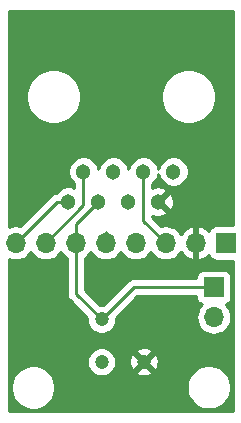
<source format=gbr>
G04 #@! TF.GenerationSoftware,KiCad,Pcbnew,(5.1.4)-1*
G04 #@! TF.CreationDate,2022-11-30T15:04:29+00:00*
G04 #@! TF.ProjectId,PIR_Board,5049525f-426f-4617-9264-2e6b69636164,rev?*
G04 #@! TF.SameCoordinates,Original*
G04 #@! TF.FileFunction,Copper,L1,Top*
G04 #@! TF.FilePolarity,Positive*
%FSLAX46Y46*%
G04 Gerber Fmt 4.6, Leading zero omitted, Abs format (unit mm)*
G04 Created by KiCad (PCBNEW (5.1.4)-1) date 2022-11-30 15:04:29*
%MOMM*%
%LPD*%
G04 APERTURE LIST*
%ADD10C,1.200000*%
%ADD11C,1.303000*%
%ADD12O,1.700000X1.700000*%
%ADD13R,1.700000X1.700000*%
%ADD14C,0.250000*%
%ADD15C,0.254000*%
G04 APERTURE END LIST*
D10*
X74349000Y-84999000D03*
X70757000Y-84999000D03*
X70757000Y-81407000D03*
D11*
X67960000Y-71437500D03*
X69230000Y-68897500D03*
X70500000Y-71437500D03*
X71770000Y-68897500D03*
X73040000Y-71437500D03*
X74310000Y-68897500D03*
X75580000Y-71437500D03*
X76850000Y-68897500D03*
D12*
X63500000Y-74930000D03*
X66040000Y-74930000D03*
X68580000Y-74930000D03*
X71120000Y-74930000D03*
X73660000Y-74930000D03*
X76200000Y-74930000D03*
X78740000Y-74930000D03*
D13*
X81280000Y-74930000D03*
D12*
X80264000Y-81216500D03*
D13*
X80264000Y-78676500D03*
D14*
X66992500Y-71437500D02*
X67960000Y-71437500D01*
X63500000Y-74930000D02*
X66992500Y-71437500D01*
X68834000Y-74930000D02*
X68580000Y-75184000D01*
X68580000Y-73357500D02*
X68580000Y-74930000D01*
X70500000Y-71437500D02*
X68580000Y-73357500D01*
X68580000Y-79230000D02*
X70757000Y-81407000D01*
X68580000Y-74930000D02*
X68580000Y-79230000D01*
X73487500Y-78676500D02*
X70757000Y-81407000D01*
X80264000Y-78676500D02*
X73487500Y-78676500D01*
X71120000Y-73981919D02*
X71120000Y-75184000D01*
X74310000Y-73040000D02*
X76200000Y-74930000D01*
X74310000Y-68897500D02*
X74310000Y-73040000D01*
X77978000Y-75184000D02*
X78740000Y-75184000D01*
X81280000Y-74676000D02*
X81280000Y-75184000D01*
X81026000Y-74930000D02*
X81280000Y-75184000D01*
X69230000Y-71740000D02*
X69230000Y-71071500D01*
X66040000Y-74930000D02*
X69230000Y-71740000D01*
X69230000Y-68897500D02*
X69230000Y-71071500D01*
D15*
G36*
X81880001Y-73441928D02*
G01*
X80430000Y-73441928D01*
X80305518Y-73454188D01*
X80185820Y-73490498D01*
X80075506Y-73549463D01*
X79978815Y-73628815D01*
X79899463Y-73725506D01*
X79840498Y-73835820D01*
X79816034Y-73916466D01*
X79740269Y-73832412D01*
X79506920Y-73658359D01*
X79244099Y-73533175D01*
X79096890Y-73488524D01*
X78867000Y-73609845D01*
X78867000Y-74803000D01*
X78887000Y-74803000D01*
X78887000Y-75057000D01*
X78867000Y-75057000D01*
X78867000Y-76250155D01*
X79096890Y-76371476D01*
X79244099Y-76326825D01*
X79506920Y-76201641D01*
X79740269Y-76027588D01*
X79816034Y-75943534D01*
X79840498Y-76024180D01*
X79899463Y-76134494D01*
X79978815Y-76231185D01*
X80075506Y-76310537D01*
X80185820Y-76369502D01*
X80305518Y-76405812D01*
X80430000Y-76418072D01*
X81880001Y-76418072D01*
X81880001Y-89186787D01*
X62930000Y-89194714D01*
X62930000Y-86969344D01*
X63075500Y-86969344D01*
X63075500Y-87340656D01*
X63147939Y-87704834D01*
X63290034Y-88047882D01*
X63496325Y-88356618D01*
X63758882Y-88619175D01*
X64067618Y-88825466D01*
X64410666Y-88967561D01*
X64774844Y-89040000D01*
X65146156Y-89040000D01*
X65510334Y-88967561D01*
X65853382Y-88825466D01*
X66162118Y-88619175D01*
X66424675Y-88356618D01*
X66630966Y-88047882D01*
X66773061Y-87704834D01*
X66845500Y-87340656D01*
X66845500Y-86969344D01*
X66843810Y-86960844D01*
X77964500Y-86960844D01*
X77964500Y-87332156D01*
X78036939Y-87696334D01*
X78179034Y-88039382D01*
X78385325Y-88348118D01*
X78647882Y-88610675D01*
X78956618Y-88816966D01*
X79299666Y-88959061D01*
X79663844Y-89031500D01*
X80035156Y-89031500D01*
X80399334Y-88959061D01*
X80742382Y-88816966D01*
X81051118Y-88610675D01*
X81313675Y-88348118D01*
X81519966Y-88039382D01*
X81662061Y-87696334D01*
X81734500Y-87332156D01*
X81734500Y-86960844D01*
X81662061Y-86596666D01*
X81519966Y-86253618D01*
X81313675Y-85944882D01*
X81051118Y-85682325D01*
X80742382Y-85476034D01*
X80399334Y-85333939D01*
X80035156Y-85261500D01*
X79663844Y-85261500D01*
X79299666Y-85333939D01*
X78956618Y-85476034D01*
X78647882Y-85682325D01*
X78385325Y-85944882D01*
X78179034Y-86253618D01*
X78036939Y-86596666D01*
X77964500Y-86960844D01*
X66843810Y-86960844D01*
X66773061Y-86605166D01*
X66630966Y-86262118D01*
X66424675Y-85953382D01*
X66162118Y-85690825D01*
X65853382Y-85484534D01*
X65510334Y-85342439D01*
X65146156Y-85270000D01*
X64774844Y-85270000D01*
X64410666Y-85342439D01*
X64067618Y-85484534D01*
X63758882Y-85690825D01*
X63496325Y-85953382D01*
X63290034Y-86262118D01*
X63147939Y-86605166D01*
X63075500Y-86969344D01*
X62930000Y-86969344D01*
X62930000Y-84877363D01*
X69522000Y-84877363D01*
X69522000Y-85120637D01*
X69569460Y-85359236D01*
X69662557Y-85583992D01*
X69797713Y-85786267D01*
X69969733Y-85958287D01*
X70172008Y-86093443D01*
X70396764Y-86186540D01*
X70635363Y-86234000D01*
X70878637Y-86234000D01*
X71117236Y-86186540D01*
X71341992Y-86093443D01*
X71544267Y-85958287D01*
X71653790Y-85848764D01*
X73678841Y-85848764D01*
X73726148Y-86072348D01*
X73947516Y-86173237D01*
X74184313Y-86229000D01*
X74427438Y-86237495D01*
X74667549Y-86198395D01*
X74895418Y-86113202D01*
X74971852Y-86072348D01*
X75019159Y-85848764D01*
X74349000Y-85178605D01*
X73678841Y-85848764D01*
X71653790Y-85848764D01*
X71716287Y-85786267D01*
X71851443Y-85583992D01*
X71944540Y-85359236D01*
X71992000Y-85120637D01*
X71992000Y-85077438D01*
X73110505Y-85077438D01*
X73149605Y-85317549D01*
X73234798Y-85545418D01*
X73275652Y-85621852D01*
X73499236Y-85669159D01*
X74169395Y-84999000D01*
X74528605Y-84999000D01*
X75198764Y-85669159D01*
X75422348Y-85621852D01*
X75523237Y-85400484D01*
X75579000Y-85163687D01*
X75587495Y-84920562D01*
X75548395Y-84680451D01*
X75463202Y-84452582D01*
X75422348Y-84376148D01*
X75198764Y-84328841D01*
X74528605Y-84999000D01*
X74169395Y-84999000D01*
X73499236Y-84328841D01*
X73275652Y-84376148D01*
X73174763Y-84597516D01*
X73119000Y-84834313D01*
X73110505Y-85077438D01*
X71992000Y-85077438D01*
X71992000Y-84877363D01*
X71944540Y-84638764D01*
X71851443Y-84414008D01*
X71716287Y-84211733D01*
X71653790Y-84149236D01*
X73678841Y-84149236D01*
X74349000Y-84819395D01*
X75019159Y-84149236D01*
X74971852Y-83925652D01*
X74750484Y-83824763D01*
X74513687Y-83769000D01*
X74270562Y-83760505D01*
X74030451Y-83799605D01*
X73802582Y-83884798D01*
X73726148Y-83925652D01*
X73678841Y-84149236D01*
X71653790Y-84149236D01*
X71544267Y-84039713D01*
X71341992Y-83904557D01*
X71117236Y-83811460D01*
X70878637Y-83764000D01*
X70635363Y-83764000D01*
X70396764Y-83811460D01*
X70172008Y-83904557D01*
X69969733Y-84039713D01*
X69797713Y-84211733D01*
X69662557Y-84414008D01*
X69569460Y-84638764D01*
X69522000Y-84877363D01*
X62930000Y-84877363D01*
X62930000Y-76308913D01*
X63208889Y-76393513D01*
X63427050Y-76415000D01*
X63572950Y-76415000D01*
X63791111Y-76393513D01*
X64071034Y-76308599D01*
X64329014Y-76170706D01*
X64555134Y-75985134D01*
X64740706Y-75759014D01*
X64770000Y-75704209D01*
X64799294Y-75759014D01*
X64984866Y-75985134D01*
X65210986Y-76170706D01*
X65468966Y-76308599D01*
X65748889Y-76393513D01*
X65967050Y-76415000D01*
X66112950Y-76415000D01*
X66331111Y-76393513D01*
X66611034Y-76308599D01*
X66869014Y-76170706D01*
X67095134Y-75985134D01*
X67280706Y-75759014D01*
X67310000Y-75704209D01*
X67339294Y-75759014D01*
X67524866Y-75985134D01*
X67750986Y-76170706D01*
X67820000Y-76207595D01*
X67820001Y-79192668D01*
X67816324Y-79230000D01*
X67820001Y-79267333D01*
X67830998Y-79378986D01*
X67844180Y-79422442D01*
X67874454Y-79522246D01*
X67945026Y-79654276D01*
X68008403Y-79731500D01*
X68040000Y-79770001D01*
X68068998Y-79793799D01*
X69528398Y-81253199D01*
X69522000Y-81285363D01*
X69522000Y-81528637D01*
X69569460Y-81767236D01*
X69662557Y-81991992D01*
X69797713Y-82194267D01*
X69969733Y-82366287D01*
X70172008Y-82501443D01*
X70396764Y-82594540D01*
X70635363Y-82642000D01*
X70878637Y-82642000D01*
X71117236Y-82594540D01*
X71341992Y-82501443D01*
X71544267Y-82366287D01*
X71716287Y-82194267D01*
X71851443Y-81991992D01*
X71944540Y-81767236D01*
X71992000Y-81528637D01*
X71992000Y-81285363D01*
X71985602Y-81253199D01*
X73802302Y-79436500D01*
X78775928Y-79436500D01*
X78775928Y-79526500D01*
X78788188Y-79650982D01*
X78824498Y-79770680D01*
X78883463Y-79880994D01*
X78962815Y-79977685D01*
X79059506Y-80057037D01*
X79169820Y-80116002D01*
X79238687Y-80136893D01*
X79208866Y-80161366D01*
X79023294Y-80387486D01*
X78885401Y-80645466D01*
X78800487Y-80925389D01*
X78771815Y-81216500D01*
X78800487Y-81507611D01*
X78885401Y-81787534D01*
X79023294Y-82045514D01*
X79208866Y-82271634D01*
X79434986Y-82457206D01*
X79692966Y-82595099D01*
X79972889Y-82680013D01*
X80191050Y-82701500D01*
X80336950Y-82701500D01*
X80555111Y-82680013D01*
X80835034Y-82595099D01*
X81093014Y-82457206D01*
X81319134Y-82271634D01*
X81504706Y-82045514D01*
X81642599Y-81787534D01*
X81727513Y-81507611D01*
X81756185Y-81216500D01*
X81727513Y-80925389D01*
X81642599Y-80645466D01*
X81504706Y-80387486D01*
X81319134Y-80161366D01*
X81289313Y-80136893D01*
X81358180Y-80116002D01*
X81468494Y-80057037D01*
X81565185Y-79977685D01*
X81644537Y-79880994D01*
X81703502Y-79770680D01*
X81739812Y-79650982D01*
X81752072Y-79526500D01*
X81752072Y-77826500D01*
X81739812Y-77702018D01*
X81703502Y-77582320D01*
X81644537Y-77472006D01*
X81565185Y-77375315D01*
X81468494Y-77295963D01*
X81358180Y-77236998D01*
X81238482Y-77200688D01*
X81114000Y-77188428D01*
X79414000Y-77188428D01*
X79289518Y-77200688D01*
X79169820Y-77236998D01*
X79059506Y-77295963D01*
X78962815Y-77375315D01*
X78883463Y-77472006D01*
X78824498Y-77582320D01*
X78788188Y-77702018D01*
X78775928Y-77826500D01*
X78775928Y-77916500D01*
X73524822Y-77916500D01*
X73487499Y-77912824D01*
X73450176Y-77916500D01*
X73450167Y-77916500D01*
X73338514Y-77927497D01*
X73195253Y-77970954D01*
X73063223Y-78041526D01*
X72979583Y-78110168D01*
X72947499Y-78136499D01*
X72923701Y-78165497D01*
X70910801Y-80178398D01*
X70878637Y-80172000D01*
X70635363Y-80172000D01*
X70603199Y-80178398D01*
X69340000Y-78915199D01*
X69340000Y-76207595D01*
X69409014Y-76170706D01*
X69635134Y-75985134D01*
X69820706Y-75759014D01*
X69850000Y-75704209D01*
X69879294Y-75759014D01*
X70064866Y-75985134D01*
X70290986Y-76170706D01*
X70548966Y-76308599D01*
X70828889Y-76393513D01*
X71047050Y-76415000D01*
X71192950Y-76415000D01*
X71411111Y-76393513D01*
X71691034Y-76308599D01*
X71949014Y-76170706D01*
X72175134Y-75985134D01*
X72360706Y-75759014D01*
X72390000Y-75704209D01*
X72419294Y-75759014D01*
X72604866Y-75985134D01*
X72830986Y-76170706D01*
X73088966Y-76308599D01*
X73368889Y-76393513D01*
X73587050Y-76415000D01*
X73732950Y-76415000D01*
X73951111Y-76393513D01*
X74231034Y-76308599D01*
X74489014Y-76170706D01*
X74715134Y-75985134D01*
X74900706Y-75759014D01*
X74930000Y-75704209D01*
X74959294Y-75759014D01*
X75144866Y-75985134D01*
X75370986Y-76170706D01*
X75628966Y-76308599D01*
X75908889Y-76393513D01*
X76127050Y-76415000D01*
X76272950Y-76415000D01*
X76491111Y-76393513D01*
X76771034Y-76308599D01*
X77029014Y-76170706D01*
X77255134Y-75985134D01*
X77440706Y-75759014D01*
X77475201Y-75694477D01*
X77544822Y-75811355D01*
X77739731Y-76027588D01*
X77973080Y-76201641D01*
X78235901Y-76326825D01*
X78383110Y-76371476D01*
X78613000Y-76250155D01*
X78613000Y-75057000D01*
X78593000Y-75057000D01*
X78593000Y-74803000D01*
X78613000Y-74803000D01*
X78613000Y-73609845D01*
X78383110Y-73488524D01*
X78235901Y-73533175D01*
X77973080Y-73658359D01*
X77739731Y-73832412D01*
X77544822Y-74048645D01*
X77475201Y-74165523D01*
X77440706Y-74100986D01*
X77255134Y-73874866D01*
X77029014Y-73689294D01*
X76771034Y-73551401D01*
X76491111Y-73466487D01*
X76272950Y-73445000D01*
X76127050Y-73445000D01*
X75908889Y-73466487D01*
X75834005Y-73489203D01*
X75070000Y-72725199D01*
X75070000Y-72619006D01*
X75156740Y-72658970D01*
X75403170Y-72718074D01*
X75656396Y-72727966D01*
X75906685Y-72688265D01*
X76144420Y-72600499D01*
X76233424Y-72552926D01*
X76286994Y-72324099D01*
X75580000Y-71617105D01*
X75565858Y-71631248D01*
X75386253Y-71451643D01*
X75400395Y-71437500D01*
X75759605Y-71437500D01*
X76466599Y-72144494D01*
X76695426Y-72090924D01*
X76801470Y-71860760D01*
X76860574Y-71614330D01*
X76870466Y-71361104D01*
X76830765Y-71110815D01*
X76742999Y-70873080D01*
X76695426Y-70784076D01*
X76466599Y-70730506D01*
X75759605Y-71437500D01*
X75400395Y-71437500D01*
X75386253Y-71423358D01*
X75565858Y-71243753D01*
X75580000Y-71257895D01*
X76286994Y-70550901D01*
X76233424Y-70322074D01*
X76003260Y-70216030D01*
X75756830Y-70156926D01*
X75503604Y-70147034D01*
X75253315Y-70186735D01*
X75070000Y-70254410D01*
X75070000Y-69936945D01*
X75130096Y-69896790D01*
X75309290Y-69717596D01*
X75450082Y-69506886D01*
X75547061Y-69272758D01*
X75580000Y-69107161D01*
X75612939Y-69272758D01*
X75709918Y-69506886D01*
X75850710Y-69717596D01*
X76029904Y-69896790D01*
X76240614Y-70037582D01*
X76474742Y-70134561D01*
X76723291Y-70184000D01*
X76976709Y-70184000D01*
X77225258Y-70134561D01*
X77459386Y-70037582D01*
X77670096Y-69896790D01*
X77849290Y-69717596D01*
X77990082Y-69506886D01*
X78087061Y-69272758D01*
X78136500Y-69024209D01*
X78136500Y-68770791D01*
X78087061Y-68522242D01*
X77990082Y-68288114D01*
X77849290Y-68077404D01*
X77670096Y-67898210D01*
X77459386Y-67757418D01*
X77225258Y-67660439D01*
X76976709Y-67611000D01*
X76723291Y-67611000D01*
X76474742Y-67660439D01*
X76240614Y-67757418D01*
X76029904Y-67898210D01*
X75850710Y-68077404D01*
X75709918Y-68288114D01*
X75612939Y-68522242D01*
X75580000Y-68687839D01*
X75547061Y-68522242D01*
X75450082Y-68288114D01*
X75309290Y-68077404D01*
X75130096Y-67898210D01*
X74919386Y-67757418D01*
X74685258Y-67660439D01*
X74436709Y-67611000D01*
X74183291Y-67611000D01*
X73934742Y-67660439D01*
X73700614Y-67757418D01*
X73489904Y-67898210D01*
X73310710Y-68077404D01*
X73169918Y-68288114D01*
X73072939Y-68522242D01*
X73040000Y-68687839D01*
X73007061Y-68522242D01*
X72910082Y-68288114D01*
X72769290Y-68077404D01*
X72590096Y-67898210D01*
X72379386Y-67757418D01*
X72145258Y-67660439D01*
X71896709Y-67611000D01*
X71643291Y-67611000D01*
X71394742Y-67660439D01*
X71160614Y-67757418D01*
X70949904Y-67898210D01*
X70770710Y-68077404D01*
X70629918Y-68288114D01*
X70532939Y-68522242D01*
X70500000Y-68687839D01*
X70467061Y-68522242D01*
X70370082Y-68288114D01*
X70229290Y-68077404D01*
X70050096Y-67898210D01*
X69839386Y-67757418D01*
X69605258Y-67660439D01*
X69356709Y-67611000D01*
X69103291Y-67611000D01*
X68854742Y-67660439D01*
X68620614Y-67757418D01*
X68409904Y-67898210D01*
X68230710Y-68077404D01*
X68089918Y-68288114D01*
X67992939Y-68522242D01*
X67943500Y-68770791D01*
X67943500Y-69024209D01*
X67992939Y-69272758D01*
X68089918Y-69506886D01*
X68230710Y-69717596D01*
X68409904Y-69896790D01*
X68470000Y-69936945D01*
X68470001Y-70256251D01*
X68335258Y-70200439D01*
X68086709Y-70151000D01*
X67833291Y-70151000D01*
X67584742Y-70200439D01*
X67350614Y-70297418D01*
X67139904Y-70438210D01*
X66960710Y-70617404D01*
X66918117Y-70681149D01*
X66843514Y-70688497D01*
X66700253Y-70731954D01*
X66568224Y-70802526D01*
X66452499Y-70897499D01*
X66428701Y-70926497D01*
X63865996Y-73489203D01*
X63791111Y-73466487D01*
X63572950Y-73445000D01*
X63427050Y-73445000D01*
X63208889Y-73466487D01*
X62930000Y-73551087D01*
X62930000Y-62319985D01*
X64379000Y-62319985D01*
X64379000Y-62775015D01*
X64467772Y-63221302D01*
X64641905Y-63641695D01*
X64894706Y-64020039D01*
X65216461Y-64341794D01*
X65594805Y-64594595D01*
X66015198Y-64768728D01*
X66461485Y-64857500D01*
X66916515Y-64857500D01*
X67362802Y-64768728D01*
X67783195Y-64594595D01*
X68161539Y-64341794D01*
X68483294Y-64020039D01*
X68736095Y-63641695D01*
X68910228Y-63221302D01*
X68999000Y-62775015D01*
X68999000Y-62319985D01*
X75811000Y-62319985D01*
X75811000Y-62775015D01*
X75899772Y-63221302D01*
X76073905Y-63641695D01*
X76326706Y-64020039D01*
X76648461Y-64341794D01*
X77026805Y-64594595D01*
X77447198Y-64768728D01*
X77893485Y-64857500D01*
X78348515Y-64857500D01*
X78794802Y-64768728D01*
X79215195Y-64594595D01*
X79593539Y-64341794D01*
X79915294Y-64020039D01*
X80168095Y-63641695D01*
X80342228Y-63221302D01*
X80431000Y-62775015D01*
X80431000Y-62319985D01*
X80342228Y-61873698D01*
X80168095Y-61453305D01*
X79915294Y-61074961D01*
X79593539Y-60753206D01*
X79215195Y-60500405D01*
X78794802Y-60326272D01*
X78348515Y-60237500D01*
X77893485Y-60237500D01*
X77447198Y-60326272D01*
X77026805Y-60500405D01*
X76648461Y-60753206D01*
X76326706Y-61074961D01*
X76073905Y-61453305D01*
X75899772Y-61873698D01*
X75811000Y-62319985D01*
X68999000Y-62319985D01*
X68910228Y-61873698D01*
X68736095Y-61453305D01*
X68483294Y-61074961D01*
X68161539Y-60753206D01*
X67783195Y-60500405D01*
X67362802Y-60326272D01*
X66916515Y-60237500D01*
X66461485Y-60237500D01*
X66015198Y-60326272D01*
X65594805Y-60500405D01*
X65216461Y-60753206D01*
X64894706Y-61074961D01*
X64641905Y-61453305D01*
X64467772Y-61873698D01*
X64379000Y-62319985D01*
X62930000Y-62319985D01*
X62930000Y-55295000D01*
X81880000Y-55295000D01*
X81880001Y-73441928D01*
X81880001Y-73441928D01*
G37*
X81880001Y-73441928D02*
X80430000Y-73441928D01*
X80305518Y-73454188D01*
X80185820Y-73490498D01*
X80075506Y-73549463D01*
X79978815Y-73628815D01*
X79899463Y-73725506D01*
X79840498Y-73835820D01*
X79816034Y-73916466D01*
X79740269Y-73832412D01*
X79506920Y-73658359D01*
X79244099Y-73533175D01*
X79096890Y-73488524D01*
X78867000Y-73609845D01*
X78867000Y-74803000D01*
X78887000Y-74803000D01*
X78887000Y-75057000D01*
X78867000Y-75057000D01*
X78867000Y-76250155D01*
X79096890Y-76371476D01*
X79244099Y-76326825D01*
X79506920Y-76201641D01*
X79740269Y-76027588D01*
X79816034Y-75943534D01*
X79840498Y-76024180D01*
X79899463Y-76134494D01*
X79978815Y-76231185D01*
X80075506Y-76310537D01*
X80185820Y-76369502D01*
X80305518Y-76405812D01*
X80430000Y-76418072D01*
X81880001Y-76418072D01*
X81880001Y-89186787D01*
X62930000Y-89194714D01*
X62930000Y-86969344D01*
X63075500Y-86969344D01*
X63075500Y-87340656D01*
X63147939Y-87704834D01*
X63290034Y-88047882D01*
X63496325Y-88356618D01*
X63758882Y-88619175D01*
X64067618Y-88825466D01*
X64410666Y-88967561D01*
X64774844Y-89040000D01*
X65146156Y-89040000D01*
X65510334Y-88967561D01*
X65853382Y-88825466D01*
X66162118Y-88619175D01*
X66424675Y-88356618D01*
X66630966Y-88047882D01*
X66773061Y-87704834D01*
X66845500Y-87340656D01*
X66845500Y-86969344D01*
X66843810Y-86960844D01*
X77964500Y-86960844D01*
X77964500Y-87332156D01*
X78036939Y-87696334D01*
X78179034Y-88039382D01*
X78385325Y-88348118D01*
X78647882Y-88610675D01*
X78956618Y-88816966D01*
X79299666Y-88959061D01*
X79663844Y-89031500D01*
X80035156Y-89031500D01*
X80399334Y-88959061D01*
X80742382Y-88816966D01*
X81051118Y-88610675D01*
X81313675Y-88348118D01*
X81519966Y-88039382D01*
X81662061Y-87696334D01*
X81734500Y-87332156D01*
X81734500Y-86960844D01*
X81662061Y-86596666D01*
X81519966Y-86253618D01*
X81313675Y-85944882D01*
X81051118Y-85682325D01*
X80742382Y-85476034D01*
X80399334Y-85333939D01*
X80035156Y-85261500D01*
X79663844Y-85261500D01*
X79299666Y-85333939D01*
X78956618Y-85476034D01*
X78647882Y-85682325D01*
X78385325Y-85944882D01*
X78179034Y-86253618D01*
X78036939Y-86596666D01*
X77964500Y-86960844D01*
X66843810Y-86960844D01*
X66773061Y-86605166D01*
X66630966Y-86262118D01*
X66424675Y-85953382D01*
X66162118Y-85690825D01*
X65853382Y-85484534D01*
X65510334Y-85342439D01*
X65146156Y-85270000D01*
X64774844Y-85270000D01*
X64410666Y-85342439D01*
X64067618Y-85484534D01*
X63758882Y-85690825D01*
X63496325Y-85953382D01*
X63290034Y-86262118D01*
X63147939Y-86605166D01*
X63075500Y-86969344D01*
X62930000Y-86969344D01*
X62930000Y-84877363D01*
X69522000Y-84877363D01*
X69522000Y-85120637D01*
X69569460Y-85359236D01*
X69662557Y-85583992D01*
X69797713Y-85786267D01*
X69969733Y-85958287D01*
X70172008Y-86093443D01*
X70396764Y-86186540D01*
X70635363Y-86234000D01*
X70878637Y-86234000D01*
X71117236Y-86186540D01*
X71341992Y-86093443D01*
X71544267Y-85958287D01*
X71653790Y-85848764D01*
X73678841Y-85848764D01*
X73726148Y-86072348D01*
X73947516Y-86173237D01*
X74184313Y-86229000D01*
X74427438Y-86237495D01*
X74667549Y-86198395D01*
X74895418Y-86113202D01*
X74971852Y-86072348D01*
X75019159Y-85848764D01*
X74349000Y-85178605D01*
X73678841Y-85848764D01*
X71653790Y-85848764D01*
X71716287Y-85786267D01*
X71851443Y-85583992D01*
X71944540Y-85359236D01*
X71992000Y-85120637D01*
X71992000Y-85077438D01*
X73110505Y-85077438D01*
X73149605Y-85317549D01*
X73234798Y-85545418D01*
X73275652Y-85621852D01*
X73499236Y-85669159D01*
X74169395Y-84999000D01*
X74528605Y-84999000D01*
X75198764Y-85669159D01*
X75422348Y-85621852D01*
X75523237Y-85400484D01*
X75579000Y-85163687D01*
X75587495Y-84920562D01*
X75548395Y-84680451D01*
X75463202Y-84452582D01*
X75422348Y-84376148D01*
X75198764Y-84328841D01*
X74528605Y-84999000D01*
X74169395Y-84999000D01*
X73499236Y-84328841D01*
X73275652Y-84376148D01*
X73174763Y-84597516D01*
X73119000Y-84834313D01*
X73110505Y-85077438D01*
X71992000Y-85077438D01*
X71992000Y-84877363D01*
X71944540Y-84638764D01*
X71851443Y-84414008D01*
X71716287Y-84211733D01*
X71653790Y-84149236D01*
X73678841Y-84149236D01*
X74349000Y-84819395D01*
X75019159Y-84149236D01*
X74971852Y-83925652D01*
X74750484Y-83824763D01*
X74513687Y-83769000D01*
X74270562Y-83760505D01*
X74030451Y-83799605D01*
X73802582Y-83884798D01*
X73726148Y-83925652D01*
X73678841Y-84149236D01*
X71653790Y-84149236D01*
X71544267Y-84039713D01*
X71341992Y-83904557D01*
X71117236Y-83811460D01*
X70878637Y-83764000D01*
X70635363Y-83764000D01*
X70396764Y-83811460D01*
X70172008Y-83904557D01*
X69969733Y-84039713D01*
X69797713Y-84211733D01*
X69662557Y-84414008D01*
X69569460Y-84638764D01*
X69522000Y-84877363D01*
X62930000Y-84877363D01*
X62930000Y-76308913D01*
X63208889Y-76393513D01*
X63427050Y-76415000D01*
X63572950Y-76415000D01*
X63791111Y-76393513D01*
X64071034Y-76308599D01*
X64329014Y-76170706D01*
X64555134Y-75985134D01*
X64740706Y-75759014D01*
X64770000Y-75704209D01*
X64799294Y-75759014D01*
X64984866Y-75985134D01*
X65210986Y-76170706D01*
X65468966Y-76308599D01*
X65748889Y-76393513D01*
X65967050Y-76415000D01*
X66112950Y-76415000D01*
X66331111Y-76393513D01*
X66611034Y-76308599D01*
X66869014Y-76170706D01*
X67095134Y-75985134D01*
X67280706Y-75759014D01*
X67310000Y-75704209D01*
X67339294Y-75759014D01*
X67524866Y-75985134D01*
X67750986Y-76170706D01*
X67820000Y-76207595D01*
X67820001Y-79192668D01*
X67816324Y-79230000D01*
X67820001Y-79267333D01*
X67830998Y-79378986D01*
X67844180Y-79422442D01*
X67874454Y-79522246D01*
X67945026Y-79654276D01*
X68008403Y-79731500D01*
X68040000Y-79770001D01*
X68068998Y-79793799D01*
X69528398Y-81253199D01*
X69522000Y-81285363D01*
X69522000Y-81528637D01*
X69569460Y-81767236D01*
X69662557Y-81991992D01*
X69797713Y-82194267D01*
X69969733Y-82366287D01*
X70172008Y-82501443D01*
X70396764Y-82594540D01*
X70635363Y-82642000D01*
X70878637Y-82642000D01*
X71117236Y-82594540D01*
X71341992Y-82501443D01*
X71544267Y-82366287D01*
X71716287Y-82194267D01*
X71851443Y-81991992D01*
X71944540Y-81767236D01*
X71992000Y-81528637D01*
X71992000Y-81285363D01*
X71985602Y-81253199D01*
X73802302Y-79436500D01*
X78775928Y-79436500D01*
X78775928Y-79526500D01*
X78788188Y-79650982D01*
X78824498Y-79770680D01*
X78883463Y-79880994D01*
X78962815Y-79977685D01*
X79059506Y-80057037D01*
X79169820Y-80116002D01*
X79238687Y-80136893D01*
X79208866Y-80161366D01*
X79023294Y-80387486D01*
X78885401Y-80645466D01*
X78800487Y-80925389D01*
X78771815Y-81216500D01*
X78800487Y-81507611D01*
X78885401Y-81787534D01*
X79023294Y-82045514D01*
X79208866Y-82271634D01*
X79434986Y-82457206D01*
X79692966Y-82595099D01*
X79972889Y-82680013D01*
X80191050Y-82701500D01*
X80336950Y-82701500D01*
X80555111Y-82680013D01*
X80835034Y-82595099D01*
X81093014Y-82457206D01*
X81319134Y-82271634D01*
X81504706Y-82045514D01*
X81642599Y-81787534D01*
X81727513Y-81507611D01*
X81756185Y-81216500D01*
X81727513Y-80925389D01*
X81642599Y-80645466D01*
X81504706Y-80387486D01*
X81319134Y-80161366D01*
X81289313Y-80136893D01*
X81358180Y-80116002D01*
X81468494Y-80057037D01*
X81565185Y-79977685D01*
X81644537Y-79880994D01*
X81703502Y-79770680D01*
X81739812Y-79650982D01*
X81752072Y-79526500D01*
X81752072Y-77826500D01*
X81739812Y-77702018D01*
X81703502Y-77582320D01*
X81644537Y-77472006D01*
X81565185Y-77375315D01*
X81468494Y-77295963D01*
X81358180Y-77236998D01*
X81238482Y-77200688D01*
X81114000Y-77188428D01*
X79414000Y-77188428D01*
X79289518Y-77200688D01*
X79169820Y-77236998D01*
X79059506Y-77295963D01*
X78962815Y-77375315D01*
X78883463Y-77472006D01*
X78824498Y-77582320D01*
X78788188Y-77702018D01*
X78775928Y-77826500D01*
X78775928Y-77916500D01*
X73524822Y-77916500D01*
X73487499Y-77912824D01*
X73450176Y-77916500D01*
X73450167Y-77916500D01*
X73338514Y-77927497D01*
X73195253Y-77970954D01*
X73063223Y-78041526D01*
X72979583Y-78110168D01*
X72947499Y-78136499D01*
X72923701Y-78165497D01*
X70910801Y-80178398D01*
X70878637Y-80172000D01*
X70635363Y-80172000D01*
X70603199Y-80178398D01*
X69340000Y-78915199D01*
X69340000Y-76207595D01*
X69409014Y-76170706D01*
X69635134Y-75985134D01*
X69820706Y-75759014D01*
X69850000Y-75704209D01*
X69879294Y-75759014D01*
X70064866Y-75985134D01*
X70290986Y-76170706D01*
X70548966Y-76308599D01*
X70828889Y-76393513D01*
X71047050Y-76415000D01*
X71192950Y-76415000D01*
X71411111Y-76393513D01*
X71691034Y-76308599D01*
X71949014Y-76170706D01*
X72175134Y-75985134D01*
X72360706Y-75759014D01*
X72390000Y-75704209D01*
X72419294Y-75759014D01*
X72604866Y-75985134D01*
X72830986Y-76170706D01*
X73088966Y-76308599D01*
X73368889Y-76393513D01*
X73587050Y-76415000D01*
X73732950Y-76415000D01*
X73951111Y-76393513D01*
X74231034Y-76308599D01*
X74489014Y-76170706D01*
X74715134Y-75985134D01*
X74900706Y-75759014D01*
X74930000Y-75704209D01*
X74959294Y-75759014D01*
X75144866Y-75985134D01*
X75370986Y-76170706D01*
X75628966Y-76308599D01*
X75908889Y-76393513D01*
X76127050Y-76415000D01*
X76272950Y-76415000D01*
X76491111Y-76393513D01*
X76771034Y-76308599D01*
X77029014Y-76170706D01*
X77255134Y-75985134D01*
X77440706Y-75759014D01*
X77475201Y-75694477D01*
X77544822Y-75811355D01*
X77739731Y-76027588D01*
X77973080Y-76201641D01*
X78235901Y-76326825D01*
X78383110Y-76371476D01*
X78613000Y-76250155D01*
X78613000Y-75057000D01*
X78593000Y-75057000D01*
X78593000Y-74803000D01*
X78613000Y-74803000D01*
X78613000Y-73609845D01*
X78383110Y-73488524D01*
X78235901Y-73533175D01*
X77973080Y-73658359D01*
X77739731Y-73832412D01*
X77544822Y-74048645D01*
X77475201Y-74165523D01*
X77440706Y-74100986D01*
X77255134Y-73874866D01*
X77029014Y-73689294D01*
X76771034Y-73551401D01*
X76491111Y-73466487D01*
X76272950Y-73445000D01*
X76127050Y-73445000D01*
X75908889Y-73466487D01*
X75834005Y-73489203D01*
X75070000Y-72725199D01*
X75070000Y-72619006D01*
X75156740Y-72658970D01*
X75403170Y-72718074D01*
X75656396Y-72727966D01*
X75906685Y-72688265D01*
X76144420Y-72600499D01*
X76233424Y-72552926D01*
X76286994Y-72324099D01*
X75580000Y-71617105D01*
X75565858Y-71631248D01*
X75386253Y-71451643D01*
X75400395Y-71437500D01*
X75759605Y-71437500D01*
X76466599Y-72144494D01*
X76695426Y-72090924D01*
X76801470Y-71860760D01*
X76860574Y-71614330D01*
X76870466Y-71361104D01*
X76830765Y-71110815D01*
X76742999Y-70873080D01*
X76695426Y-70784076D01*
X76466599Y-70730506D01*
X75759605Y-71437500D01*
X75400395Y-71437500D01*
X75386253Y-71423358D01*
X75565858Y-71243753D01*
X75580000Y-71257895D01*
X76286994Y-70550901D01*
X76233424Y-70322074D01*
X76003260Y-70216030D01*
X75756830Y-70156926D01*
X75503604Y-70147034D01*
X75253315Y-70186735D01*
X75070000Y-70254410D01*
X75070000Y-69936945D01*
X75130096Y-69896790D01*
X75309290Y-69717596D01*
X75450082Y-69506886D01*
X75547061Y-69272758D01*
X75580000Y-69107161D01*
X75612939Y-69272758D01*
X75709918Y-69506886D01*
X75850710Y-69717596D01*
X76029904Y-69896790D01*
X76240614Y-70037582D01*
X76474742Y-70134561D01*
X76723291Y-70184000D01*
X76976709Y-70184000D01*
X77225258Y-70134561D01*
X77459386Y-70037582D01*
X77670096Y-69896790D01*
X77849290Y-69717596D01*
X77990082Y-69506886D01*
X78087061Y-69272758D01*
X78136500Y-69024209D01*
X78136500Y-68770791D01*
X78087061Y-68522242D01*
X77990082Y-68288114D01*
X77849290Y-68077404D01*
X77670096Y-67898210D01*
X77459386Y-67757418D01*
X77225258Y-67660439D01*
X76976709Y-67611000D01*
X76723291Y-67611000D01*
X76474742Y-67660439D01*
X76240614Y-67757418D01*
X76029904Y-67898210D01*
X75850710Y-68077404D01*
X75709918Y-68288114D01*
X75612939Y-68522242D01*
X75580000Y-68687839D01*
X75547061Y-68522242D01*
X75450082Y-68288114D01*
X75309290Y-68077404D01*
X75130096Y-67898210D01*
X74919386Y-67757418D01*
X74685258Y-67660439D01*
X74436709Y-67611000D01*
X74183291Y-67611000D01*
X73934742Y-67660439D01*
X73700614Y-67757418D01*
X73489904Y-67898210D01*
X73310710Y-68077404D01*
X73169918Y-68288114D01*
X73072939Y-68522242D01*
X73040000Y-68687839D01*
X73007061Y-68522242D01*
X72910082Y-68288114D01*
X72769290Y-68077404D01*
X72590096Y-67898210D01*
X72379386Y-67757418D01*
X72145258Y-67660439D01*
X71896709Y-67611000D01*
X71643291Y-67611000D01*
X71394742Y-67660439D01*
X71160614Y-67757418D01*
X70949904Y-67898210D01*
X70770710Y-68077404D01*
X70629918Y-68288114D01*
X70532939Y-68522242D01*
X70500000Y-68687839D01*
X70467061Y-68522242D01*
X70370082Y-68288114D01*
X70229290Y-68077404D01*
X70050096Y-67898210D01*
X69839386Y-67757418D01*
X69605258Y-67660439D01*
X69356709Y-67611000D01*
X69103291Y-67611000D01*
X68854742Y-67660439D01*
X68620614Y-67757418D01*
X68409904Y-67898210D01*
X68230710Y-68077404D01*
X68089918Y-68288114D01*
X67992939Y-68522242D01*
X67943500Y-68770791D01*
X67943500Y-69024209D01*
X67992939Y-69272758D01*
X68089918Y-69506886D01*
X68230710Y-69717596D01*
X68409904Y-69896790D01*
X68470000Y-69936945D01*
X68470001Y-70256251D01*
X68335258Y-70200439D01*
X68086709Y-70151000D01*
X67833291Y-70151000D01*
X67584742Y-70200439D01*
X67350614Y-70297418D01*
X67139904Y-70438210D01*
X66960710Y-70617404D01*
X66918117Y-70681149D01*
X66843514Y-70688497D01*
X66700253Y-70731954D01*
X66568224Y-70802526D01*
X66452499Y-70897499D01*
X66428701Y-70926497D01*
X63865996Y-73489203D01*
X63791111Y-73466487D01*
X63572950Y-73445000D01*
X63427050Y-73445000D01*
X63208889Y-73466487D01*
X62930000Y-73551087D01*
X62930000Y-62319985D01*
X64379000Y-62319985D01*
X64379000Y-62775015D01*
X64467772Y-63221302D01*
X64641905Y-63641695D01*
X64894706Y-64020039D01*
X65216461Y-64341794D01*
X65594805Y-64594595D01*
X66015198Y-64768728D01*
X66461485Y-64857500D01*
X66916515Y-64857500D01*
X67362802Y-64768728D01*
X67783195Y-64594595D01*
X68161539Y-64341794D01*
X68483294Y-64020039D01*
X68736095Y-63641695D01*
X68910228Y-63221302D01*
X68999000Y-62775015D01*
X68999000Y-62319985D01*
X75811000Y-62319985D01*
X75811000Y-62775015D01*
X75899772Y-63221302D01*
X76073905Y-63641695D01*
X76326706Y-64020039D01*
X76648461Y-64341794D01*
X77026805Y-64594595D01*
X77447198Y-64768728D01*
X77893485Y-64857500D01*
X78348515Y-64857500D01*
X78794802Y-64768728D01*
X79215195Y-64594595D01*
X79593539Y-64341794D01*
X79915294Y-64020039D01*
X80168095Y-63641695D01*
X80342228Y-63221302D01*
X80431000Y-62775015D01*
X80431000Y-62319985D01*
X80342228Y-61873698D01*
X80168095Y-61453305D01*
X79915294Y-61074961D01*
X79593539Y-60753206D01*
X79215195Y-60500405D01*
X78794802Y-60326272D01*
X78348515Y-60237500D01*
X77893485Y-60237500D01*
X77447198Y-60326272D01*
X77026805Y-60500405D01*
X76648461Y-60753206D01*
X76326706Y-61074961D01*
X76073905Y-61453305D01*
X75899772Y-61873698D01*
X75811000Y-62319985D01*
X68999000Y-62319985D01*
X68910228Y-61873698D01*
X68736095Y-61453305D01*
X68483294Y-61074961D01*
X68161539Y-60753206D01*
X67783195Y-60500405D01*
X67362802Y-60326272D01*
X66916515Y-60237500D01*
X66461485Y-60237500D01*
X66015198Y-60326272D01*
X65594805Y-60500405D01*
X65216461Y-60753206D01*
X64894706Y-61074961D01*
X64641905Y-61453305D01*
X64467772Y-61873698D01*
X64379000Y-62319985D01*
X62930000Y-62319985D01*
X62930000Y-55295000D01*
X81880000Y-55295000D01*
X81880001Y-73441928D01*
M02*

</source>
